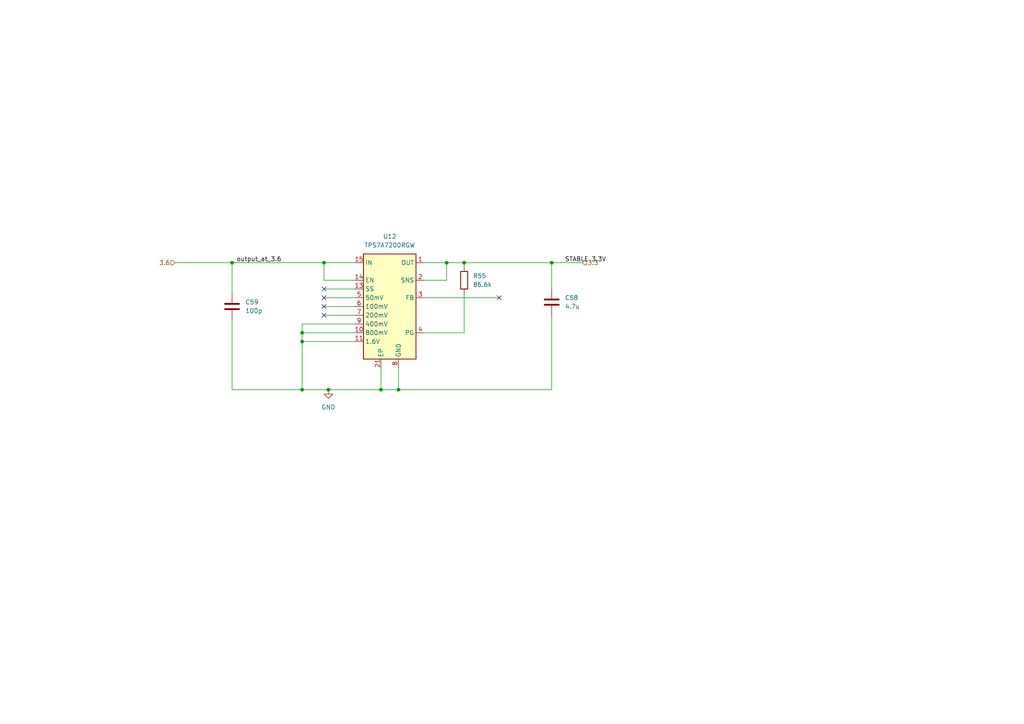
<source format=kicad_sch>
(kicad_sch
	(version 20250114)
	(generator "eeschema")
	(generator_version "9.0")
	(uuid "ae644cad-3dda-4d89-9004-c4910dba20da")
	(paper "A4")
	(lib_symbols
		(symbol "Device:C"
			(pin_numbers
				(hide yes)
			)
			(pin_names
				(offset 0.254)
			)
			(exclude_from_sim no)
			(in_bom yes)
			(on_board yes)
			(property "Reference" "C"
				(at 0.635 2.54 0)
				(effects
					(font
						(size 1.27 1.27)
					)
					(justify left)
				)
			)
			(property "Value" "C"
				(at 0.635 -2.54 0)
				(effects
					(font
						(size 1.27 1.27)
					)
					(justify left)
				)
			)
			(property "Footprint" ""
				(at 0.9652 -3.81 0)
				(effects
					(font
						(size 1.27 1.27)
					)
					(hide yes)
				)
			)
			(property "Datasheet" "~"
				(at 0 0 0)
				(effects
					(font
						(size 1.27 1.27)
					)
					(hide yes)
				)
			)
			(property "Description" "Unpolarized capacitor"
				(at 0 0 0)
				(effects
					(font
						(size 1.27 1.27)
					)
					(hide yes)
				)
			)
			(property "ki_keywords" "cap capacitor"
				(at 0 0 0)
				(effects
					(font
						(size 1.27 1.27)
					)
					(hide yes)
				)
			)
			(property "ki_fp_filters" "C_*"
				(at 0 0 0)
				(effects
					(font
						(size 1.27 1.27)
					)
					(hide yes)
				)
			)
			(symbol "C_0_1"
				(polyline
					(pts
						(xy -2.032 0.762) (xy 2.032 0.762)
					)
					(stroke
						(width 0.508)
						(type default)
					)
					(fill
						(type none)
					)
				)
				(polyline
					(pts
						(xy -2.032 -0.762) (xy 2.032 -0.762)
					)
					(stroke
						(width 0.508)
						(type default)
					)
					(fill
						(type none)
					)
				)
			)
			(symbol "C_1_1"
				(pin passive line
					(at 0 3.81 270)
					(length 2.794)
					(name "~"
						(effects
							(font
								(size 1.27 1.27)
							)
						)
					)
					(number "1"
						(effects
							(font
								(size 1.27 1.27)
							)
						)
					)
				)
				(pin passive line
					(at 0 -3.81 90)
					(length 2.794)
					(name "~"
						(effects
							(font
								(size 1.27 1.27)
							)
						)
					)
					(number "2"
						(effects
							(font
								(size 1.27 1.27)
							)
						)
					)
				)
			)
			(embedded_fonts no)
		)
		(symbol "Device:R"
			(pin_numbers
				(hide yes)
			)
			(pin_names
				(offset 0)
			)
			(exclude_from_sim no)
			(in_bom yes)
			(on_board yes)
			(property "Reference" "R"
				(at 2.032 0 90)
				(effects
					(font
						(size 1.27 1.27)
					)
				)
			)
			(property "Value" "R"
				(at 0 0 90)
				(effects
					(font
						(size 1.27 1.27)
					)
				)
			)
			(property "Footprint" ""
				(at -1.778 0 90)
				(effects
					(font
						(size 1.27 1.27)
					)
					(hide yes)
				)
			)
			(property "Datasheet" "~"
				(at 0 0 0)
				(effects
					(font
						(size 1.27 1.27)
					)
					(hide yes)
				)
			)
			(property "Description" "Resistor"
				(at 0 0 0)
				(effects
					(font
						(size 1.27 1.27)
					)
					(hide yes)
				)
			)
			(property "ki_keywords" "R res resistor"
				(at 0 0 0)
				(effects
					(font
						(size 1.27 1.27)
					)
					(hide yes)
				)
			)
			(property "ki_fp_filters" "R_*"
				(at 0 0 0)
				(effects
					(font
						(size 1.27 1.27)
					)
					(hide yes)
				)
			)
			(symbol "R_0_1"
				(rectangle
					(start -1.016 -2.54)
					(end 1.016 2.54)
					(stroke
						(width 0.254)
						(type default)
					)
					(fill
						(type none)
					)
				)
			)
			(symbol "R_1_1"
				(pin passive line
					(at 0 3.81 270)
					(length 1.27)
					(name "~"
						(effects
							(font
								(size 1.27 1.27)
							)
						)
					)
					(number "1"
						(effects
							(font
								(size 1.27 1.27)
							)
						)
					)
				)
				(pin passive line
					(at 0 -3.81 90)
					(length 1.27)
					(name "~"
						(effects
							(font
								(size 1.27 1.27)
							)
						)
					)
					(number "2"
						(effects
							(font
								(size 1.27 1.27)
							)
						)
					)
				)
			)
			(embedded_fonts no)
		)
		(symbol "Regulator_Linear:TPS7A7200RGW"
			(exclude_from_sim no)
			(in_bom yes)
			(on_board yes)
			(property "Reference" "U"
				(at -6.35 16.51 0)
				(effects
					(font
						(size 1.27 1.27)
					)
				)
			)
			(property "Value" "TPS7A7200RGW"
				(at 3.81 16.51 0)
				(effects
					(font
						(size 1.27 1.27)
					)
				)
			)
			(property "Footprint" "Package_DFN_QFN:Texas_RGW0020A_VQFN-20-1EP_5x5mm_P0.65mm_EP3.15x3.15mm_ThermalVias"
				(at 1.27 19.05 0)
				(effects
					(font
						(size 1.27 1.27)
					)
					(hide yes)
				)
			)
			(property "Datasheet" "http://www.ti.com/lit/ds/symlink/tps7a7200.pdf"
				(at -3.81 12.7 0)
				(effects
					(font
						(size 1.27 1.27)
					)
					(hide yes)
				)
			)
			(property "Description" "2A, Low-Dropout Voltage Regulator, 1.5-6.5V Input, Adjustable 0.9-5V Output, VQFN-20"
				(at 0 0 0)
				(effects
					(font
						(size 1.27 1.27)
					)
					(hide yes)
				)
			)
			(property "ki_keywords" "linear regulator ldo voltage"
				(at 0 0 0)
				(effects
					(font
						(size 1.27 1.27)
					)
					(hide yes)
				)
			)
			(property "ki_fp_filters" "Texas*RGW0020A*"
				(at 0 0 0)
				(effects
					(font
						(size 1.27 1.27)
					)
					(hide yes)
				)
			)
			(symbol "TPS7A7200RGW_0_1"
				(rectangle
					(start -7.62 15.24)
					(end 7.62 -15.24)
					(stroke
						(width 0.254)
						(type default)
					)
					(fill
						(type background)
					)
				)
			)
			(symbol "TPS7A7200RGW_1_1"
				(pin power_in line
					(at -10.16 12.7 0)
					(length 2.54)
					(name "IN"
						(effects
							(font
								(size 1.27 1.27)
							)
						)
					)
					(number "15"
						(effects
							(font
								(size 1.27 1.27)
							)
						)
					)
				)
				(pin passive line
					(at -10.16 12.7 0)
					(length 2.54)
					(hide yes)
					(name "IN"
						(effects
							(font
								(size 1.27 1.27)
							)
						)
					)
					(number "16"
						(effects
							(font
								(size 1.27 1.27)
							)
						)
					)
				)
				(pin passive line
					(at -10.16 12.7 0)
					(length 2.54)
					(hide yes)
					(name "IN"
						(effects
							(font
								(size 1.27 1.27)
							)
						)
					)
					(number "17"
						(effects
							(font
								(size 1.27 1.27)
							)
						)
					)
				)
				(pin input line
					(at -10.16 7.62 0)
					(length 2.54)
					(name "EN"
						(effects
							(font
								(size 1.27 1.27)
							)
						)
					)
					(number "14"
						(effects
							(font
								(size 1.27 1.27)
							)
						)
					)
				)
				(pin input line
					(at -10.16 5.08 0)
					(length 2.54)
					(name "SS"
						(effects
							(font
								(size 1.27 1.27)
							)
						)
					)
					(number "13"
						(effects
							(font
								(size 1.27 1.27)
							)
						)
					)
				)
				(pin input line
					(at -10.16 2.54 0)
					(length 2.54)
					(name "50mV"
						(effects
							(font
								(size 1.27 1.27)
							)
						)
					)
					(number "5"
						(effects
							(font
								(size 1.27 1.27)
							)
						)
					)
				)
				(pin input line
					(at -10.16 0 0)
					(length 2.54)
					(name "100mV"
						(effects
							(font
								(size 1.27 1.27)
							)
						)
					)
					(number "6"
						(effects
							(font
								(size 1.27 1.27)
							)
						)
					)
				)
				(pin input line
					(at -10.16 -2.54 0)
					(length 2.54)
					(name "200mV"
						(effects
							(font
								(size 1.27 1.27)
							)
						)
					)
					(number "7"
						(effects
							(font
								(size 1.27 1.27)
							)
						)
					)
				)
				(pin input line
					(at -10.16 -5.08 0)
					(length 2.54)
					(name "400mV"
						(effects
							(font
								(size 1.27 1.27)
							)
						)
					)
					(number "9"
						(effects
							(font
								(size 1.27 1.27)
							)
						)
					)
				)
				(pin input line
					(at -10.16 -7.62 0)
					(length 2.54)
					(name "800mV"
						(effects
							(font
								(size 1.27 1.27)
							)
						)
					)
					(number "10"
						(effects
							(font
								(size 1.27 1.27)
							)
						)
					)
				)
				(pin input line
					(at -10.16 -10.16 0)
					(length 2.54)
					(name "1.6V"
						(effects
							(font
								(size 1.27 1.27)
							)
						)
					)
					(number "11"
						(effects
							(font
								(size 1.27 1.27)
							)
						)
					)
				)
				(pin no_connect line
					(at -7.62 10.16 0)
					(length 2.54)
					(hide yes)
					(name "NC"
						(effects
							(font
								(size 1.27 1.27)
							)
						)
					)
					(number "12"
						(effects
							(font
								(size 1.27 1.27)
							)
						)
					)
				)
				(pin passive line
					(at -2.54 -17.78 90)
					(length 2.54)
					(name "EP"
						(effects
							(font
								(size 1.27 1.27)
							)
						)
					)
					(number "21"
						(effects
							(font
								(size 1.27 1.27)
							)
						)
					)
				)
				(pin passive line
					(at 2.54 -17.78 90)
					(length 2.54)
					(hide yes)
					(name "GND"
						(effects
							(font
								(size 1.27 1.27)
							)
						)
					)
					(number "18"
						(effects
							(font
								(size 1.27 1.27)
							)
						)
					)
				)
				(pin power_in line
					(at 2.54 -17.78 90)
					(length 2.54)
					(name "GND"
						(effects
							(font
								(size 1.27 1.27)
							)
						)
					)
					(number "8"
						(effects
							(font
								(size 1.27 1.27)
							)
						)
					)
				)
				(pin power_out line
					(at 10.16 12.7 180)
					(length 2.54)
					(name "OUT"
						(effects
							(font
								(size 1.27 1.27)
							)
						)
					)
					(number "1"
						(effects
							(font
								(size 1.27 1.27)
							)
						)
					)
				)
				(pin passive line
					(at 10.16 12.7 180)
					(length 2.54)
					(hide yes)
					(name "OUT"
						(effects
							(font
								(size 1.27 1.27)
							)
						)
					)
					(number "19"
						(effects
							(font
								(size 1.27 1.27)
							)
						)
					)
				)
				(pin passive line
					(at 10.16 12.7 180)
					(length 2.54)
					(hide yes)
					(name "OUT"
						(effects
							(font
								(size 1.27 1.27)
							)
						)
					)
					(number "20"
						(effects
							(font
								(size 1.27 1.27)
							)
						)
					)
				)
				(pin input line
					(at 10.16 7.62 180)
					(length 2.54)
					(name "SNS"
						(effects
							(font
								(size 1.27 1.27)
							)
						)
					)
					(number "2"
						(effects
							(font
								(size 1.27 1.27)
							)
						)
					)
				)
				(pin input line
					(at 10.16 2.54 180)
					(length 2.54)
					(name "FB"
						(effects
							(font
								(size 1.27 1.27)
							)
						)
					)
					(number "3"
						(effects
							(font
								(size 1.27 1.27)
							)
						)
					)
				)
				(pin open_collector line
					(at 10.16 -7.62 180)
					(length 2.54)
					(name "PG"
						(effects
							(font
								(size 1.27 1.27)
							)
						)
					)
					(number "4"
						(effects
							(font
								(size 1.27 1.27)
							)
						)
					)
				)
			)
			(embedded_fonts no)
		)
		(symbol "power:GND"
			(power)
			(pin_numbers
				(hide yes)
			)
			(pin_names
				(offset 0)
				(hide yes)
			)
			(exclude_from_sim no)
			(in_bom yes)
			(on_board yes)
			(property "Reference" "#PWR"
				(at 0 -6.35 0)
				(effects
					(font
						(size 1.27 1.27)
					)
					(hide yes)
				)
			)
			(property "Value" "GND"
				(at 0 -3.81 0)
				(effects
					(font
						(size 1.27 1.27)
					)
				)
			)
			(property "Footprint" ""
				(at 0 0 0)
				(effects
					(font
						(size 1.27 1.27)
					)
					(hide yes)
				)
			)
			(property "Datasheet" ""
				(at 0 0 0)
				(effects
					(font
						(size 1.27 1.27)
					)
					(hide yes)
				)
			)
			(property "Description" "Power symbol creates a global label with name \"GND\" , ground"
				(at 0 0 0)
				(effects
					(font
						(size 1.27 1.27)
					)
					(hide yes)
				)
			)
			(property "ki_keywords" "global power"
				(at 0 0 0)
				(effects
					(font
						(size 1.27 1.27)
					)
					(hide yes)
				)
			)
			(symbol "GND_0_1"
				(polyline
					(pts
						(xy 0 0) (xy 0 -1.27) (xy 1.27 -1.27) (xy 0 -2.54) (xy -1.27 -1.27) (xy 0 -1.27)
					)
					(stroke
						(width 0)
						(type default)
					)
					(fill
						(type none)
					)
				)
			)
			(symbol "GND_1_1"
				(pin power_in line
					(at 0 0 270)
					(length 0)
					(name "~"
						(effects
							(font
								(size 1.27 1.27)
							)
						)
					)
					(number "1"
						(effects
							(font
								(size 1.27 1.27)
							)
						)
					)
				)
			)
			(embedded_fonts no)
		)
	)
	(junction
		(at 87.63 99.06)
		(diameter 0)
		(color 0 0 0 0)
		(uuid "302e0290-12f8-4b6a-9abf-b535c3afa713")
	)
	(junction
		(at 160.02 76.2)
		(diameter 0)
		(color 0 0 0 0)
		(uuid "3d48b231-3c73-476c-9ae0-994941e95057")
	)
	(junction
		(at 67.31 76.2)
		(diameter 0)
		(color 0 0 0 0)
		(uuid "507a5936-e687-4ae6-ae2e-e1e4712a42b3")
	)
	(junction
		(at 87.63 96.52)
		(diameter 0)
		(color 0 0 0 0)
		(uuid "68691cd5-8a87-47a1-a57f-23e6caeceba0")
	)
	(junction
		(at 129.54 76.2)
		(diameter 0)
		(color 0 0 0 0)
		(uuid "82630c68-923f-4b8c-8c2a-55e81822af31")
	)
	(junction
		(at 87.63 113.03)
		(diameter 0)
		(color 0 0 0 0)
		(uuid "88a5b913-d22e-4429-9360-ac0809c871fc")
	)
	(junction
		(at 115.57 113.03)
		(diameter 0)
		(color 0 0 0 0)
		(uuid "8cc2f344-951c-4d04-a1b4-421d1af9e72b")
	)
	(junction
		(at 110.49 113.03)
		(diameter 0)
		(color 0 0 0 0)
		(uuid "97650ba3-e012-4f6c-beed-5679361c4e0f")
	)
	(junction
		(at 134.62 76.2)
		(diameter 0)
		(color 0 0 0 0)
		(uuid "9ac66c18-2a51-484e-ad94-890c46cedc83")
	)
	(junction
		(at 95.25 113.03)
		(diameter 0)
		(color 0 0 0 0)
		(uuid "c099d1c2-f399-4f75-a09f-c54e92cc7c4a")
	)
	(junction
		(at 93.98 76.2)
		(diameter 0)
		(color 0 0 0 0)
		(uuid "e8503b50-14c5-494c-aaa9-705e3984e45f")
	)
	(no_connect
		(at 93.98 86.36)
		(uuid "028337a9-39f3-4417-bb77-8ed25a4844d3")
	)
	(no_connect
		(at 144.78 86.36)
		(uuid "9d09ea34-8b3e-4afb-a44e-72226ffaf640")
	)
	(no_connect
		(at 93.98 88.9)
		(uuid "be1e93cd-9815-43f5-b784-89065d0d3b07")
	)
	(no_connect
		(at 93.98 91.44)
		(uuid "de64f9c5-d00d-4d6e-84ab-9e0d2e8d13f8")
	)
	(no_connect
		(at 93.98 83.82)
		(uuid "dedfbb86-d3c8-48ad-898c-08a53aa8280a")
	)
	(wire
		(pts
			(xy 110.49 113.03) (xy 115.57 113.03)
		)
		(stroke
			(width 0)
			(type default)
		)
		(uuid "180063e2-fe1e-437b-a8ff-55ff22412fbd")
	)
	(wire
		(pts
			(xy 87.63 99.06) (xy 87.63 113.03)
		)
		(stroke
			(width 0)
			(type default)
		)
		(uuid "1a623086-1389-4e3d-b6a5-359839a56095")
	)
	(wire
		(pts
			(xy 123.19 81.28) (xy 129.54 81.28)
		)
		(stroke
			(width 0)
			(type default)
		)
		(uuid "24cc1233-13ca-4f94-86db-06e4df2ab015")
	)
	(wire
		(pts
			(xy 87.63 99.06) (xy 102.87 99.06)
		)
		(stroke
			(width 0)
			(type default)
		)
		(uuid "26033045-2967-4a27-84eb-66f90f21b4ba")
	)
	(wire
		(pts
			(xy 67.31 76.2) (xy 93.98 76.2)
		)
		(stroke
			(width 0)
			(type default)
		)
		(uuid "3c0092da-391a-4cdb-938b-f2fbd3ead4a2")
	)
	(wire
		(pts
			(xy 110.49 106.68) (xy 110.49 113.03)
		)
		(stroke
			(width 0)
			(type default)
		)
		(uuid "3e899898-af7e-43bd-9d71-64e9f4f7aaf4")
	)
	(wire
		(pts
			(xy 93.98 83.82) (xy 102.87 83.82)
		)
		(stroke
			(width 0)
			(type default)
		)
		(uuid "3ea3cb3e-6175-471f-83ac-d375040ef029")
	)
	(wire
		(pts
			(xy 129.54 76.2) (xy 123.19 76.2)
		)
		(stroke
			(width 0)
			(type default)
		)
		(uuid "48d7e091-7162-4242-9e3b-a51b3d1c402f")
	)
	(wire
		(pts
			(xy 67.31 92.71) (xy 67.31 113.03)
		)
		(stroke
			(width 0)
			(type default)
		)
		(uuid "5bfac888-a6a4-41f6-a687-3826f409d9f4")
	)
	(wire
		(pts
			(xy 115.57 113.03) (xy 160.02 113.03)
		)
		(stroke
			(width 0)
			(type default)
		)
		(uuid "61dbbd08-50b8-46d9-8e6f-067287a70291")
	)
	(wire
		(pts
			(xy 50.8 76.2) (xy 67.31 76.2)
		)
		(stroke
			(width 0)
			(type default)
		)
		(uuid "6384d124-8c49-4fbc-8859-994879ba6404")
	)
	(wire
		(pts
			(xy 93.98 88.9) (xy 102.87 88.9)
		)
		(stroke
			(width 0)
			(type default)
		)
		(uuid "82645db4-7105-455d-9e2f-cbdbe4d80f42")
	)
	(wire
		(pts
			(xy 134.62 96.52) (xy 123.19 96.52)
		)
		(stroke
			(width 0)
			(type default)
		)
		(uuid "8b41b570-fe8e-4ad1-a39d-1569b2c4de87")
	)
	(wire
		(pts
			(xy 160.02 76.2) (xy 168.91 76.2)
		)
		(stroke
			(width 0)
			(type default)
		)
		(uuid "927813cf-f967-45d7-8331-a2dc154826d3")
	)
	(wire
		(pts
			(xy 67.31 85.09) (xy 67.31 76.2)
		)
		(stroke
			(width 0)
			(type default)
		)
		(uuid "932fe4d0-364f-4309-a411-c2f21f075ba5")
	)
	(wire
		(pts
			(xy 87.63 96.52) (xy 102.87 96.52)
		)
		(stroke
			(width 0)
			(type default)
		)
		(uuid "94739bc7-6349-4793-bc90-ea35cd631742")
	)
	(wire
		(pts
			(xy 134.62 76.2) (xy 160.02 76.2)
		)
		(stroke
			(width 0)
			(type default)
		)
		(uuid "a60655d1-4287-4581-b37f-53a2e1ca8798")
	)
	(wire
		(pts
			(xy 102.87 81.28) (xy 93.98 81.28)
		)
		(stroke
			(width 0)
			(type default)
		)
		(uuid "a68468a5-27fe-4675-97ee-e93343a6d5ab")
	)
	(wire
		(pts
			(xy 134.62 85.09) (xy 134.62 96.52)
		)
		(stroke
			(width 0)
			(type default)
		)
		(uuid "a7b09e89-bcfa-42ab-9509-c1ea5af692fd")
	)
	(wire
		(pts
			(xy 134.62 77.47) (xy 134.62 76.2)
		)
		(stroke
			(width 0)
			(type default)
		)
		(uuid "aa655188-8de2-4cde-b50f-4fc8ae50da8a")
	)
	(wire
		(pts
			(xy 67.31 113.03) (xy 87.63 113.03)
		)
		(stroke
			(width 0)
			(type default)
		)
		(uuid "acb2a145-ea6c-4172-95c2-45b3bda6bc70")
	)
	(wire
		(pts
			(xy 93.98 91.44) (xy 102.87 91.44)
		)
		(stroke
			(width 0)
			(type default)
		)
		(uuid "acc2ac14-27da-46d1-bd8b-89db73b01db5")
	)
	(wire
		(pts
			(xy 93.98 81.28) (xy 93.98 76.2)
		)
		(stroke
			(width 0)
			(type default)
		)
		(uuid "ad6cf8d5-32e5-4f1f-ac09-6bfd4eb9e1dc")
	)
	(wire
		(pts
			(xy 93.98 86.36) (xy 102.87 86.36)
		)
		(stroke
			(width 0)
			(type default)
		)
		(uuid "ade59445-360e-4f6e-a89d-4c1cbd828123")
	)
	(wire
		(pts
			(xy 160.02 83.82) (xy 160.02 76.2)
		)
		(stroke
			(width 0)
			(type default)
		)
		(uuid "af44094d-f043-40ec-9156-12d0ac3572a9")
	)
	(wire
		(pts
			(xy 160.02 113.03) (xy 160.02 91.44)
		)
		(stroke
			(width 0)
			(type default)
		)
		(uuid "bf538fe7-caff-4752-bd53-1765468d70b4")
	)
	(wire
		(pts
			(xy 129.54 76.2) (xy 129.54 81.28)
		)
		(stroke
			(width 0)
			(type default)
		)
		(uuid "c7bb4f95-8a43-46f8-b360-62e167aa4c40")
	)
	(wire
		(pts
			(xy 87.63 93.98) (xy 87.63 96.52)
		)
		(stroke
			(width 0)
			(type default)
		)
		(uuid "c7ddf0ed-2de7-49e9-87d0-541a3d834709")
	)
	(wire
		(pts
			(xy 134.62 76.2) (xy 129.54 76.2)
		)
		(stroke
			(width 0)
			(type default)
		)
		(uuid "cabeccb9-737f-42c3-bcf4-d092be98e0ea")
	)
	(wire
		(pts
			(xy 115.57 106.68) (xy 115.57 113.03)
		)
		(stroke
			(width 0)
			(type default)
		)
		(uuid "d6a539a6-5a04-4bcb-9ae1-755456f6418e")
	)
	(wire
		(pts
			(xy 93.98 76.2) (xy 102.87 76.2)
		)
		(stroke
			(width 0)
			(type default)
		)
		(uuid "e2e96dc4-0ddb-4c8f-ba9c-627dfbac8bb2")
	)
	(wire
		(pts
			(xy 95.25 113.03) (xy 110.49 113.03)
		)
		(stroke
			(width 0)
			(type default)
		)
		(uuid "e5e1c4bf-732e-4eeb-8daf-f5765f67ff19")
	)
	(wire
		(pts
			(xy 87.63 93.98) (xy 102.87 93.98)
		)
		(stroke
			(width 0)
			(type default)
		)
		(uuid "ed2c00f4-8bc3-4a75-ac94-d41774df20f7")
	)
	(wire
		(pts
			(xy 123.19 86.36) (xy 144.78 86.36)
		)
		(stroke
			(width 0)
			(type default)
		)
		(uuid "edd08e3a-17fd-4830-8ffa-59e70e8da6b4")
	)
	(wire
		(pts
			(xy 87.63 113.03) (xy 95.25 113.03)
		)
		(stroke
			(width 0)
			(type default)
		)
		(uuid "f0214c7d-01c4-46d1-88e3-65b636e8857c")
	)
	(wire
		(pts
			(xy 87.63 96.52) (xy 87.63 99.06)
		)
		(stroke
			(width 0)
			(type default)
		)
		(uuid "fff3a9d1-4c7b-48e6-9b5f-6283f5c190ca")
	)
	(label "STABLE 3.3V"
		(at 163.83 76.2 0)
		(effects
			(font
				(size 1.27 1.27)
			)
			(justify left bottom)
		)
		(uuid "29e5c500-168a-4d77-8378-1c5f2993c133")
	)
	(label "output_at_3.6"
		(at 68.58 76.2 0)
		(effects
			(font
				(size 1.27 1.27)
			)
			(justify left bottom)
		)
		(uuid "d43d3522-8754-43f4-85ef-cd04ee3de7d9")
	)
	(hierarchical_label "3.6"
		(shape input)
		(at 50.8 76.2 180)
		(effects
			(font
				(size 1.27 1.27)
			)
			(justify right)
		)
		(uuid "1173a984-e204-4f56-959d-cb4fcabb5bfe")
	)
	(hierarchical_label "3.3"
		(shape input)
		(at 168.91 76.2 0)
		(effects
			(font
				(size 1.27 1.27)
			)
			(justify left)
		)
		(uuid "d03f42d3-7580-43ff-ba4b-6bd69eec57c4")
	)
	(symbol
		(lib_id "Device:R")
		(at 134.62 81.28 0)
		(unit 1)
		(exclude_from_sim no)
		(in_bom yes)
		(on_board yes)
		(dnp no)
		(fields_autoplaced yes)
		(uuid "c3f4b142-8eb9-46f6-b5f3-82b2d3347dae")
		(property "Reference" "R55"
			(at 137.16 80.0099 0)
			(effects
				(font
					(size 1.27 1.27)
				)
				(justify left)
			)
		)
		(property "Value" "86.6k"
			(at 137.16 82.5499 0)
			(effects
				(font
					(size 1.27 1.27)
				)
				(justify left)
			)
		)
		(property "Footprint" "Resistor_SMD:R_0201_0603Metric"
			(at 132.842 81.28 90)
			(effects
				(font
					(size 1.27 1.27)
				)
				(hide yes)
			)
		)
		(property "Datasheet" "~"
			(at 134.62 81.28 0)
			(effects
				(font
					(size 1.27 1.27)
				)
				(hide yes)
			)
		)
		(property "Description" "Resistor"
			(at 134.62 81.28 0)
			(effects
				(font
					(size 1.27 1.27)
				)
				(hide yes)
			)
		)
		(pin "1"
			(uuid "96bb5ed3-c529-4497-bedd-c217a82f49a1")
		)
		(pin "2"
			(uuid "93c66e3e-dd47-4a69-b603-757168cf1aaf")
		)
		(instances
			(project "N_pulse_emg"
				(path "/b48cfd4a-6c36-4270-b2b4-45cb26e35477/1049afe7-c646-4570-b636-11db0c173761"
					(reference "R55")
					(unit 1)
				)
			)
		)
	)
	(symbol
		(lib_id "Regulator_Linear:TPS7A7200RGW")
		(at 113.03 88.9 0)
		(unit 1)
		(exclude_from_sim no)
		(in_bom yes)
		(on_board yes)
		(dnp no)
		(uuid "c4373db3-b2de-490a-90eb-ec2bafa72315")
		(property "Reference" "U12"
			(at 113.03 68.58 0)
			(effects
				(font
					(size 1.27 1.27)
				)
			)
		)
		(property "Value" "TPS7A7200RGW"
			(at 113.03 71.12 0)
			(effects
				(font
					(size 1.27 1.27)
				)
			)
		)
		(property "Footprint" "Package_DFN_QFN:Texas_RGW0020A_VQFN-20-1EP_5x5mm_P0.65mm_EP3.15x3.15mm_ThermalVias"
			(at 114.3 69.85 0)
			(effects
				(font
					(size 1.27 1.27)
				)
				(hide yes)
			)
		)
		(property "Datasheet" "http://www.ti.com/lit/ds/symlink/tps7a7200.pdf"
			(at 109.22 76.2 0)
			(effects
				(font
					(size 1.27 1.27)
				)
				(hide yes)
			)
		)
		(property "Description" "2A, Low-Dropout Voltage Regulator, 1.5-6.5V Input, Adjustable 0.9-5V Output, VQFN-20"
			(at 113.03 88.9 0)
			(effects
				(font
					(size 1.27 1.27)
				)
				(hide yes)
			)
		)
		(pin "17"
			(uuid "74209a32-145c-4ce0-87b7-3770439eeb38")
		)
		(pin "5"
			(uuid "6fb4a953-a182-41cd-aa23-dc870b46fb1d")
		)
		(pin "14"
			(uuid "d6070e45-d8f9-4898-9b13-c95f3892d174")
		)
		(pin "18"
			(uuid "60f4f1a3-a14c-4f7d-9b2f-e0abe5ededbd")
		)
		(pin "1"
			(uuid "2c90096f-d3e1-40b5-82d9-a225af6199a2")
		)
		(pin "20"
			(uuid "a757cebb-a61f-4cef-8848-44a7d890ef39")
		)
		(pin "15"
			(uuid "444e35da-0890-4a31-a156-e73cf0b7f6f3")
		)
		(pin "16"
			(uuid "8ba8c81f-2bd4-45e7-a173-092685215b93")
		)
		(pin "13"
			(uuid "0130b8e5-6634-4041-8f62-bf7b2e710cfb")
		)
		(pin "7"
			(uuid "142d1ffa-74ff-4703-8059-5e62c71834df")
		)
		(pin "9"
			(uuid "59127b56-8eae-443d-a352-85d597243bbc")
		)
		(pin "10"
			(uuid "9f0a3f88-506b-475f-9dff-433014e3d38e")
		)
		(pin "11"
			(uuid "a1a39c4c-0b90-46a5-993b-fe1f4cd0a58f")
		)
		(pin "12"
			(uuid "93204ac6-aca8-4c51-8303-0f739c1d4ff6")
		)
		(pin "6"
			(uuid "8bf4073d-0b8a-4381-9337-37c3b716bc5a")
		)
		(pin "21"
			(uuid "73b3b381-3caf-4e60-87d2-bb439847c04b")
		)
		(pin "8"
			(uuid "ede2c5a0-6483-47ca-9f88-249b0141d641")
		)
		(pin "19"
			(uuid "93d30e9c-1d6b-41b3-98f0-bda76f5e3c64")
		)
		(pin "3"
			(uuid "d29a640f-3957-4e7d-91bb-46df7e5073fc")
		)
		(pin "4"
			(uuid "63043358-d2bd-4372-bdc2-e76b512ec953")
		)
		(pin "2"
			(uuid "cdbc286e-3243-4e4a-88a7-70f631ed47e8")
		)
		(instances
			(project "N_pulse_emg"
				(path "/b48cfd4a-6c36-4270-b2b4-45cb26e35477/1049afe7-c646-4570-b636-11db0c173761"
					(reference "U12")
					(unit 1)
				)
			)
		)
	)
	(symbol
		(lib_id "power:GND")
		(at 95.25 113.03 0)
		(unit 1)
		(exclude_from_sim no)
		(in_bom yes)
		(on_board yes)
		(dnp no)
		(fields_autoplaced yes)
		(uuid "ccd37779-d2f9-4244-a29f-427d1dca4a36")
		(property "Reference" "#PWR01"
			(at 95.25 119.38 0)
			(effects
				(font
					(size 1.27 1.27)
				)
				(hide yes)
			)
		)
		(property "Value" "GND"
			(at 95.25 118.11 0)
			(effects
				(font
					(size 1.27 1.27)
				)
			)
		)
		(property "Footprint" ""
			(at 95.25 113.03 0)
			(effects
				(font
					(size 1.27 1.27)
				)
				(hide yes)
			)
		)
		(property "Datasheet" ""
			(at 95.25 113.03 0)
			(effects
				(font
					(size 1.27 1.27)
				)
				(hide yes)
			)
		)
		(property "Description" "Power symbol creates a global label with name \"GND\" , ground"
			(at 95.25 113.03 0)
			(effects
				(font
					(size 1.27 1.27)
				)
				(hide yes)
			)
		)
		(pin "1"
			(uuid "fcf7dbca-d672-4394-8112-5bb2ebf62eff")
		)
		(instances
			(project "N_pulse_emg"
				(path "/b48cfd4a-6c36-4270-b2b4-45cb26e35477/1049afe7-c646-4570-b636-11db0c173761"
					(reference "#PWR01")
					(unit 1)
				)
			)
		)
	)
	(symbol
		(lib_id "Device:C")
		(at 67.31 88.9 0)
		(unit 1)
		(exclude_from_sim no)
		(in_bom yes)
		(on_board yes)
		(dnp no)
		(fields_autoplaced yes)
		(uuid "d761c9d7-ac4a-4b5f-895a-8718a0720164")
		(property "Reference" "C59"
			(at 71.12 87.6299 0)
			(effects
				(font
					(size 1.27 1.27)
				)
				(justify left)
			)
		)
		(property "Value" "100p"
			(at 71.12 90.1699 0)
			(effects
				(font
					(size 1.27 1.27)
				)
				(justify left)
			)
		)
		(property "Footprint" "Capacitor_SMD:C_0201_0603Metric"
			(at 68.2752 92.71 0)
			(effects
				(font
					(size 1.27 1.27)
				)
				(hide yes)
			)
		)
		(property "Datasheet" "~"
			(at 67.31 88.9 0)
			(effects
				(font
					(size 1.27 1.27)
				)
				(hide yes)
			)
		)
		(property "Description" "Unpolarized capacitor"
			(at 67.31 88.9 0)
			(effects
				(font
					(size 1.27 1.27)
				)
				(hide yes)
			)
		)
		(pin "1"
			(uuid "c6a58771-be3d-4c07-9aca-9df7249aee3e")
		)
		(pin "2"
			(uuid "e6f47644-b5b2-4044-9e96-4e645bc2aacc")
		)
		(instances
			(project "N_pulse_emg"
				(path "/b48cfd4a-6c36-4270-b2b4-45cb26e35477/1049afe7-c646-4570-b636-11db0c173761"
					(reference "C59")
					(unit 1)
				)
			)
		)
	)
	(symbol
		(lib_id "Device:C")
		(at 160.02 87.63 0)
		(unit 1)
		(exclude_from_sim no)
		(in_bom yes)
		(on_board yes)
		(dnp no)
		(fields_autoplaced yes)
		(uuid "f250f1c8-51d0-4ea4-8d70-d69546249055")
		(property "Reference" "C58"
			(at 163.83 86.3599 0)
			(effects
				(font
					(size 1.27 1.27)
				)
				(justify left)
			)
		)
		(property "Value" "4.7u"
			(at 163.83 88.8999 0)
			(effects
				(font
					(size 1.27 1.27)
				)
				(justify left)
			)
		)
		(property "Footprint" "Capacitor_SMD:C_0402_1005Metric"
			(at 160.9852 91.44 0)
			(effects
				(font
					(size 1.27 1.27)
				)
				(hide yes)
			)
		)
		(property "Datasheet" "~"
			(at 160.02 87.63 0)
			(effects
				(font
					(size 1.27 1.27)
				)
				(hide yes)
			)
		)
		(property "Description" "Unpolarized capacitor"
			(at 160.02 87.63 0)
			(effects
				(font
					(size 1.27 1.27)
				)
				(hide yes)
			)
		)
		(pin "1"
			(uuid "5570e19b-e3f0-405b-8569-418c0eb7d78f")
		)
		(pin "2"
			(uuid "c36196e5-5dad-4b24-ae6a-2e3f7b0d7be8")
		)
		(instances
			(project "N_pulse_emg"
				(path "/b48cfd4a-6c36-4270-b2b4-45cb26e35477/1049afe7-c646-4570-b636-11db0c173761"
					(reference "C58")
					(unit 1)
				)
			)
		)
	)
)

</source>
